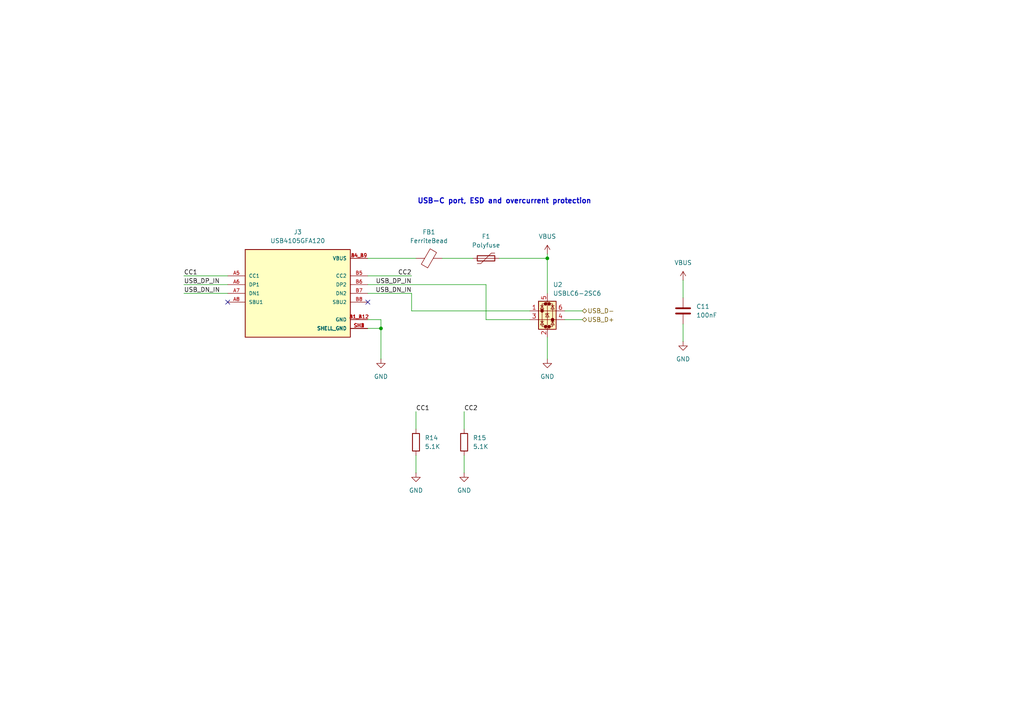
<source format=kicad_sch>
(kicad_sch (version 20231120) (generator "eeschema") (generator_version "8.0")
  (paper "A4")
  (lib_symbols
    (symbol "Device:C" (pin_numbers hide) (pin_names (offset 0.254))
      (property "Reference" "C" (at 0.635 2.54 0))
      (property "Value" "C" (at 0.635 -2.54 0))
      (symbol "C_0_1"
        (polyline (pts (xy -2.032 -0.762) (xy 2.032 -0.762)) (stroke (width 0.508)))
        (polyline (pts (xy -2.032 0.762) (xy 2.032 0.762)) (stroke (width 0.508)))
      )
      (symbol "C_1_1"
        (pin passive line (at 0 3.81 270) (length 2.794) (name "~") (number "1"))
        (pin passive line (at 0 -3.81 90) (length 2.794) (name "~") (number "2"))
      )
    )
    (symbol "Device:FerriteBead" (pin_numbers hide) (pin_names (offset 0))
      (property "Reference" "FB" (at -3.81 0.635 90))
      (property "Value" "FerriteBead" (at 3.81 0 90))
      (symbol "FerriteBead_0_1"
        (polyline (pts (xy 0 -1.27) (xy 0 -1.2192)))
        (polyline (pts (xy 0 1.27) (xy 0 1.2954)))
        (polyline (pts (xy -2.7686 0.4064) (xy -1.7018 2.2606) (xy 2.7686 -0.3048) (xy 1.6764 -2.159) (xy -2.7686 0.4064)))
      )
      (symbol "FerriteBead_1_1"
        (pin passive line (at 0 3.81 270) (length 2.54) (name "~") (number "1"))
        (pin passive line (at 0 -3.81 90) (length 2.54) (name "~") (number "2"))
      )
    )
    (symbol "Device:Polyfuse" (pin_numbers hide) (pin_names (offset 0))
      (property "Reference" "F" (at -2.54 0 90))
      (property "Value" "Polyfuse" (at 2.54 0 90))
      (symbol "Polyfuse_0_1"
        (rectangle (start -0.762 2.54) (end 0.762 -2.54) (stroke (width 0.254)))
        (polyline (pts (xy 0 2.54) (xy 0 -2.54)))
        (polyline (pts (xy -1.524 2.54) (xy -1.524 1.524) (xy 1.524 -1.524) (xy 1.524 -2.54)))
      )
      (symbol "Polyfuse_1_1"
        (pin passive line (at 0 3.81 270) (length 1.27) (name "~") (number "1"))
        (pin passive line (at 0 -3.81 90) (length 1.27) (name "~") (number "2"))
      )
    )
    (symbol "Device:R" (pin_numbers hide) (pin_names (offset 0))
      (property "Reference" "R" (at 2.032 0 90))
      (property "Value" "R" (at 0 0 90))
      (symbol "R_0_1"
        (rectangle (start -1.016 -2.54) (end 1.016 2.54) (stroke (width 0.254)))
      )
      (symbol "R_1_1"
        (pin passive line (at 0 3.81 270) (length 1.27) (name "~") (number "1"))
        (pin passive line (at 0 -3.81 90) (length 1.27) (name "~") (number "2"))
      )
    )
    (symbol "Power_Protection:USBLC6-2SC6" (pin_names hide)
      (property "Reference" "U" (at 0.635 5.715 0))
      (property "Value" "USBLC6-2SC6" (at 0.635 3.81 0))
      (symbol "USBLC6-2SC6_0_0"
        (circle (center -1.524 0) (radius 0.0001) (stroke (width 0.508)))
        (circle (center -0.508 -4.572) (radius 0.0001) (stroke (width 0.508)))
        (circle (center -0.508 2.032) (radius 0.0001) (stroke (width 0.508)))
        (circle (center 0.508 -4.572) (radius 0.0001) (stroke (width 0.508)))
        (circle (center 0.508 2.032) (radius 0.0001) (stroke (width 0.508)))
        (circle (center 1.524 -2.54) (radius 0.0001) (stroke (width 0.508)))
      )
      (symbol "USBLC6-2SC6_0_1"
        (polyline (pts (xy -2.54 -2.54) (xy 2.54 -2.54)))
        (polyline (pts (xy -2.54 0) (xy 2.54 0)))
        (polyline (pts (xy -2.032 -3.048) (xy -1.016 -3.048)))
        (polyline (pts (xy -1.016 1.524) (xy -2.032 1.524)))
        (polyline (pts (xy 1.016 -3.048) (xy 2.032 -3.048)))
        (polyline (pts (xy 1.016 1.524) (xy 2.032 1.524)))
        (polyline (pts (xy -0.508 -1.143) (xy -0.508 -0.762) (xy 0.508 -0.762)))
        (polyline (pts (xy -2.032 0.508) (xy -1.016 0.508) (xy -1.524 1.524) (xy -2.032 0.508)))
        (polyline (pts (xy -1.016 -4.064) (xy -2.032 -4.064) (xy -1.524 -3.048) (xy -1.016 -4.064)))
        (polyline (pts (xy 0.508 -1.778) (xy -0.508 -1.778) (xy 0 -0.762) (xy 0.508 -1.778)))
        (polyline (pts (xy 2.032 -4.064) (xy 1.016 -4.064) (xy 1.524 -3.048) (xy 2.032 -4.064)))
        (polyline (pts (xy 2.032 0.508) (xy 1.016 0.508) (xy 1.524 1.524) (xy 2.032 0.508)))
        (polyline (pts (xy 0 2.54) (xy -0.508 2.032) (xy 0.508 2.032) (xy 0 1.524) (xy 0 -4.064) (xy -0.508 -4.572) (xy 0.508 -4.572) (xy 0 -5.08)))
      )
      (symbol "USBLC6-2SC6_1_1"
        (rectangle (start -2.54 2.794) (end 2.54 -5.334) (stroke (width 0.254)) (fill (type background)))
        (polyline (pts (xy -0.508 2.032) (xy -1.524 2.032) (xy -1.524 -4.572) (xy -0.508 -4.572)))
        (polyline (pts (xy 0.508 -4.572) (xy 1.524 -4.572) (xy 1.524 2.032) (xy 0.508 2.032)))
        (pin passive line (at -5.08 0 0) (length 2.54) (name "I/O1") (number "1"))
        (pin passive line (at 0 -7.62 90) (length 2.54) (name "GND") (number "2"))
        (pin passive line (at -5.08 -2.54 0) (length 2.54) (name "I/O2") (number "3"))
        (pin passive line (at 5.08 -2.54 180) (length 2.54) (name "I/O2") (number "4"))
        (pin passive line (at 0 5.08 270) (length 2.54) (name "VBUS") (number "5"))
        (pin passive line (at 5.08 0 180) (length 2.54) (name "I/O1") (number "6"))
      )
    )
    (symbol "USB4105GFA120:USB4105GFA120" (pin_names (offset 1.016))
      (property "Reference" "J" (at -15.24 13.97 0))
      (property "Value" "USB4105GFA120" (at -15.24 -15.24 0))
      (symbol "USB4105GFA120_0_0"
        (rectangle (start -15.24 -12.7) (end 15.24 12.7) (stroke (width 0.254)) (fill (type background)))
        (pin power_in line (at 20.32 -7.62 180) (length 5.08) (name "GND") (number "A1_B12"))
        (pin power_in line (at 20.32 10.16 180) (length 5.08) (name "VBUS") (number "A4_B9"))
        (pin bidirectional line (at -20.32 5.08 0) (length 5.08) (name "CC1") (number "A5"))
        (pin bidirectional line (at -20.32 2.54 0) (length 5.08) (name "DP1") (number "A6"))
        (pin bidirectional line (at -20.32 0 0) (length 5.08) (name "DN1") (number "A7"))
        (pin bidirectional line (at -20.32 -2.54 0) (length 5.08) (name "SBU1") (number "A8"))
        (pin power_in line (at 20.32 -7.62 180) (length 5.08) (name "GND") (number "B1_A12"))
        (pin power_in line (at 20.32 10.16 180) (length 5.08) (name "VBUS") (number "B4_A9"))
        (pin bidirectional line (at 20.32 5.08 180) (length 5.08) (name "CC2") (number "B5"))
        (pin bidirectional line (at 20.32 2.54 180) (length 5.08) (name "DP2") (number "B6"))
        (pin bidirectional line (at 20.32 0 180) (length 5.08) (name "DN2") (number "B7"))
        (pin bidirectional line (at 20.32 -2.54 180) (length 5.08) (name "SBU2") (number "B8"))
        (pin power_in line (at 20.32 -10.16 180) (length 5.08) (name "SHELL_GND") (number "SH1"))
        (pin power_in line (at 20.32 -10.16 180) (length 5.08) (name "SHELL_GND") (number "SH2"))
        (pin power_in line (at 20.32 -10.16 180) (length 5.08) (name "SHELL_GND") (number "SH3"))
        (pin power_in line (at 20.32 -10.16 180) (length 5.08) (name "SHELL_GND") (number "SH4"))
      )
    )
    (symbol "power:GND" (power) (pin_numbers hide) (pin_names (offset 0) hide)
      (property "Value" "GND" (at 0 -3.81 0))
      (symbol "GND_0_1"
        (polyline (pts (xy 0 0) (xy 0 -1.27) (xy 1.27 -1.27) (xy 0 -2.54) (xy -1.27 -1.27) (xy 0 -1.27)))
      )
      (symbol "GND_1_1"
        (pin power_in line (at 0 0 270) (length 0) (name "~") (number "1"))
      )
    )
    (symbol "power:VBUS" (power) (pin_numbers hide) (pin_names (offset 0) hide)
      (property "Value" "VBUS" (at 0 3.556 0))
      (symbol "VBUS_0_1"
        (polyline (pts (xy -0.762 1.27) (xy 0 2.54)))
        (polyline (pts (xy 0 0) (xy 0 2.54)))
        (polyline (pts (xy 0 2.54) (xy 0.762 1.27)))
      )
      (symbol "VBUS_1_1"
        (pin power_in line (at 0 0 90) (length 0) (name "~") (number "1"))
      )
    )
  )
  (junction (at 158.75 74.93))
  (junction (at 110.49 95.25))
  (no_connect (at 66.04 87.63))
  (no_connect (at 106.68 87.63))
  (wire (pts (xy 110.49 92.71) (xy 110.49 95.25)))
  (wire (pts (xy 120.65 119.38) (xy 120.65 124.46)))
  (wire (pts (xy 106.68 92.71) (xy 110.49 92.71)))
  (wire (pts (xy 158.75 74.93) (xy 158.75 85.09)))
  (wire (pts (xy 140.97 92.71) (xy 153.67 92.71)))
  (wire (pts (xy 106.68 74.93) (xy 120.65 74.93)))
  (wire (pts (xy 53.34 82.55) (xy 66.04 82.55)))
  (wire (pts (xy 110.49 95.25) (xy 110.49 104.14)))
  (wire (pts (xy 106.68 82.55) (xy 140.97 82.55)))
  (wire (pts (xy 198.12 81.28) (xy 198.12 86.36)))
  (wire (pts (xy 140.97 82.55) (xy 140.97 92.71)))
  (wire (pts (xy 106.68 95.25) (xy 110.49 95.25)))
  (wire (pts (xy 134.62 132.08) (xy 134.62 137.16)))
  (wire (pts (xy 119.38 85.09) (xy 106.68 85.09)))
  (wire (pts (xy 119.38 85.09) (xy 119.38 90.17)))
  (wire (pts (xy 53.34 80.01) (xy 66.04 80.01)))
  (wire (pts (xy 158.75 73.66) (xy 158.75 74.93)))
  (wire (pts (xy 134.62 119.38) (xy 134.62 124.46)))
  (wire (pts (xy 198.12 93.98) (xy 198.12 99.06)))
  (wire (pts (xy 53.34 85.09) (xy 66.04 85.09)))
  (wire (pts (xy 128.27 74.93) (xy 137.16 74.93)))
  (wire (pts (xy 158.75 97.79) (xy 158.75 104.14)))
  (wire (pts (xy 120.65 132.08) (xy 120.65 137.16)))
  (wire (pts (xy 119.38 90.17) (xy 153.67 90.17)))
  (wire (pts (xy 163.83 90.17) (xy 168.91 90.17)))
  (wire (pts (xy 144.78 74.93) (xy 158.75 74.93)))
  (wire (pts (xy 163.83 92.71) (xy 168.91 92.71)))
  (wire (pts (xy 106.68 80.01) (xy 119.38 80.01)))
  (text "USB-C port, ESD and overcurrent protection" (at 146.304 58.42 0) (effects (font (size 1.47 1.47) (thickness 0.294) (bold yes))))
  (label "USB_DN_IN" (at 53.34 85.09 0))
  (label "USB_DN_IN" (at 119.38 85.09 180))
  (label "CC1" (at 53.34 80.01 0))
  (label "CC2" (at 134.62 119.38 0))
  (label "USB_DP_IN" (at 119.38 82.55 180))
  (label "USB_DP_IN" (at 53.34 82.55 0))
  (label "CC1" (at 120.65 119.38 0))
  (label "CC2" (at 119.38 80.01 180))
  (hierarchical_label "USB_D-" (shape bidirectional) (at 168.91 90.17 0))
  (hierarchical_label "USB_D+" (shape bidirectional) (at 168.91 92.71 0))
  (symbol (lib_id "Device:R") (at 134.62 128.27 0) (unit 1)
    (property "Reference" "R15" (at 137.16 126.9999 0) (effects (justify left)))
    (property "Value" "5.1K" (at 137.16 129.5399 0) (effects (justify left)))
    (property "Footprint" "Resistor_SMD:R_0603_1608Metric" (effects (hide yes)))
    (property "Description" "Resistor" (effects (hide yes)))
  )
  (symbol (lib_id "power:GND") (at 198.12 99.06 0) (unit 1)
    (property "Reference" "#PWR029" (effects (hide yes)))
    (property "Value" "GND" (at 198.12 104.14 0))
    (property "Description" "Power symbol creates a global label with name \"GND\" , ground" (effects (hide yes)))
  )
  (symbol (lib_id "power:GND") (at 134.62 137.16 0) (unit 1)
    (property "Reference" "#PWR025" (effects (hide yes)))
    (property "Value" "GND" (at 134.62 142.24 0))
    (property "Description" "Power symbol creates a global label with name \"GND\" , ground" (effects (hide yes)))
  )
  (symbol (lib_id "power:GND") (at 120.65 137.16 0) (unit 1)
    (property "Reference" "#PWR024" (effects (hide yes)))
    (property "Value" "GND" (at 120.65 142.24 0))
    (property "Description" "Power symbol creates a global label with name \"GND\" , ground" (effects (hide yes)))
  )
  (symbol (lib_id "Power_Protection:USBLC6-2SC6") (at 158.75 90.17 0) (unit 1)
    (property "Reference" "U2" (at 160.4011 82.55 0) (effects (justify left)))
    (property "Value" "USBLC6-2SC6" (at 160.4011 85.09 0) (effects (justify left)))
    (property "Footprint" "Package_TO_SOT_SMD:SOT-23-6" (effects (hide yes)))
    (property "Datasheet" "https://www.st.com/resource/en/datasheet/usblc6-2.pdf" (effects (hide yes)))
    (property "Description" "Very low capacitance ESD protection diode, 2 data-line, SOT-23-6" (effects (hide yes)))
  )
  (symbol (lib_id "USB4105GFA120:USB4105GFA120") (at 86.36 85.09 0) (unit 1)
    (property "Reference" "J3" (at 86.36 67.31 0))
    (property "Value" "USB4105GFA120" (at 86.36 69.85 0))
    (property "Footprint" "footprints:GCT_USB4105GFA120" (effects (hide yes)))
    (property "MF" "Global Connector Technology" (effects (hide yes)))
    (property "MAXIMUM_PACKAGE_HEIGHT" "3.31mm" (effects (hide yes)))
    (property "Package" "None" (effects (hide yes)))
    (property "Price" "None" (effects (hide yes)))
    (property "Check_prices" "https://www.snapeda.com/parts/USB4105GFA120/Global+Connector+Technology/view-part/?ref=eda" (effects (hide yes)))
    (property "STANDARD" "Manufacturer Recommendations" (effects (hide yes)))
    (property "PARTREV" "B3" (effects (hide yes)))
    (property "SnapEDA_Link" "https://www.snapeda.com/parts/USB4105GFA120/Global+Connector+Technology/view-part/?ref=snap" (effects (hide yes)))
    (property "MP" "USB4105GFA120" (effects (hide yes)))
    (property "Description_1" "\nUSB CONN, 2.0 TYPE C, RCPT, 16POS, SMT; USB Connector Type:USB Type C; USB Standard:USB 2.0; Gender:Receptacle; No. of Positions:16Positions; Connector Mounting:Surface Mount, Through Hole Mount; Orientation:Right Angle RoHS Compliant: Yes\n" (effects (hide yes)))
    (property "Availability" "In Stock" (effects (hide yes)))
    (property "MANUFACTURER" "Global Connector Technology" (effects (hide yes)))
  )
  (symbol (lib_id "Device:FerriteBead") (at 124.46 74.93 90) (unit 1)
    (property "Reference" "FB1" (at 124.4092 67.31 90))
    (property "Value" "FerriteBead" (at 124.4092 69.85 90))
    (property "Footprint" "Inductor_SMD:L_0805_2012Metric" (effects (hide yes)))
    (property "Description" "Ferrite bead" (effects (hide yes)))
  )
  (symbol (lib_id "power:VBUS") (at 158.75 73.66 0) (unit 1)
    (property "Reference" "#PWR026" (effects (hide yes)))
    (property "Value" "VBUS" (at 158.75 68.58 0))
    (property "Description" "Power symbol creates a global label with name \"VBUS\"" (effects (hide yes)))
  )
  (symbol (lib_id "power:GND") (at 158.75 104.14 0) (unit 1)
    (property "Reference" "#PWR027" (effects (hide yes)))
    (property "Value" "GND" (at 158.75 109.22 0))
    (property "Description" "Power symbol creates a global label with name \"GND\" , ground" (effects (hide yes)))
  )
  (symbol (lib_id "Device:C") (at 198.12 90.17 0) (unit 1)
    (property "Reference" "C11" (at 201.93 88.8999 0) (effects (justify left)))
    (property "Value" "100nF" (at 201.93 91.4399 0) (effects (justify left)))
    (property "Footprint" "Capacitor_SMD:C_0603_1608Metric" (effects (hide yes)))
    (property "Description" "Unpolarized capacitor" (effects (hide yes)))
  )
  (symbol (lib_id "Device:R") (at 120.65 128.27 0) (unit 1)
    (property "Reference" "R14" (at 123.19 126.9999 0) (effects (justify left)))
    (property "Value" "5.1K" (at 123.19 129.5399 0) (effects (justify left)))
    (property "Footprint" "Resistor_SMD:R_0603_1608Metric" (effects (hide yes)))
    (property "Description" "Resistor" (effects (hide yes)))
  )
  (symbol (lib_id "power:GND") (at 110.49 104.14 0) (unit 1)
    (property "Reference" "#PWR023" (effects (hide yes)))
    (property "Value" "GND" (at 110.49 109.22 0))
    (property "Description" "Power symbol creates a global label with name \"GND\" , ground" (effects (hide yes)))
  )
  (symbol (lib_id "Device:Polyfuse") (at 140.97 74.93 90) (unit 1)
    (property "Reference" "F1" (at 140.97 68.58 90))
    (property "Value" "Polyfuse" (at 140.97 71.12 90))
    (property "Footprint" "Fuse:Fuse_1206_3216Metric" (effects (hide yes)))
    (property "Description" "Resettable fuse, polymeric positive temperature coefficient" (effects (hide yes)))
  )
  (symbol (lib_id "power:VBUS") (at 198.12 81.28 0) (unit 1)
    (property "Reference" "#PWR028" (effects (hide yes)))
    (property "Value" "VBUS" (at 198.12 76.2 0))
    (property "Description" "Power symbol creates a global label with name \"VBUS\"" (effects (hide yes)))
  )
)
</source>
